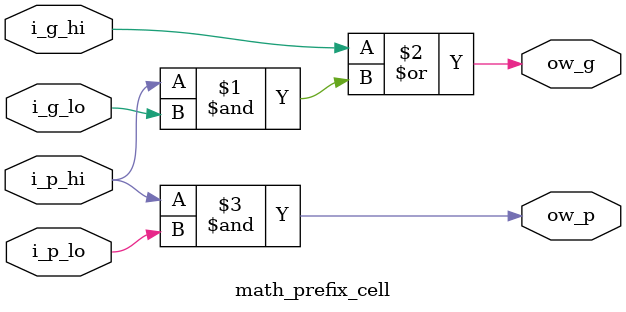
<source format=sv>

`timescale 1ns / 1ps

module math_prefix_cell (
    input  logic i_g_hi, i_p_hi,   // From higher bit position
    input  logic i_g_lo, i_p_lo,   // From lower bit position
    output logic ow_g, ow_p
);
    assign ow_g = i_g_hi | (i_p_hi & i_g_lo);
    assign ow_p = i_p_hi & i_p_lo;

endmodule : math_prefix_cell

</source>
